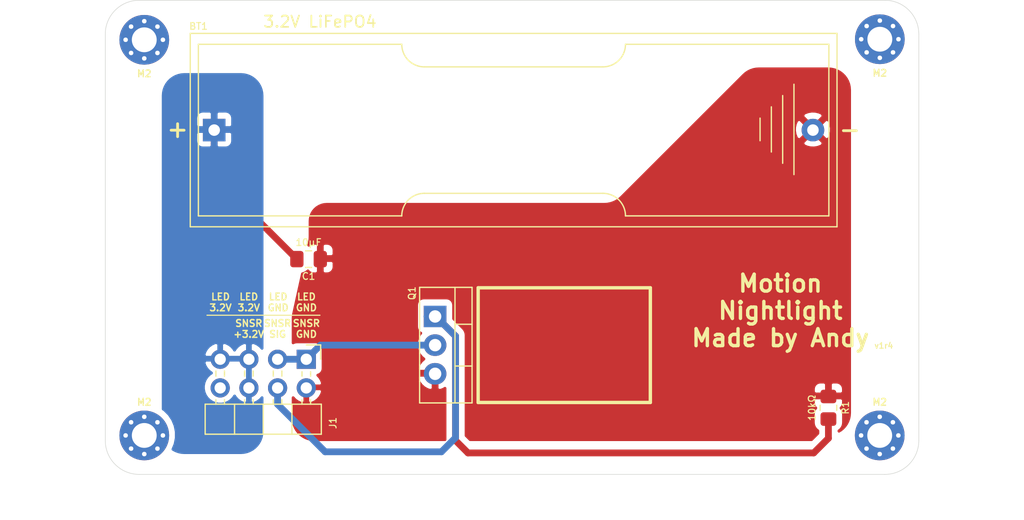
<source format=kicad_pcb>
(kicad_pcb (version 20171130) (host pcbnew "(5.1.9)-1")

  (general
    (thickness 1.6)
    (drawings 23)
    (tracks 23)
    (zones 0)
    (modules 9)
    (nets 5)
  )

  (page A4)
  (layers
    (0 F.Cu signal)
    (31 B.Cu signal)
    (32 B.Adhes user)
    (33 F.Adhes user)
    (34 B.Paste user)
    (35 F.Paste user)
    (36 B.SilkS user)
    (37 F.SilkS user)
    (38 B.Mask user)
    (39 F.Mask user)
    (40 Dwgs.User user)
    (41 Cmts.User user)
    (42 Eco1.User user)
    (43 Eco2.User user)
    (44 Edge.Cuts user)
    (45 Margin user)
    (46 B.CrtYd user)
    (47 F.CrtYd user)
    (48 B.Fab user)
    (49 F.Fab user)
  )

  (setup
    (last_trace_width 0.25)
    (user_trace_width 0.6)
    (trace_clearance 0.2)
    (zone_clearance 0.508)
    (zone_45_only no)
    (trace_min 0.2)
    (via_size 0.8)
    (via_drill 0.4)
    (via_min_size 0.4)
    (via_min_drill 0.3)
    (uvia_size 0.3)
    (uvia_drill 0.1)
    (uvias_allowed no)
    (uvia_min_size 0.2)
    (uvia_min_drill 0.1)
    (edge_width 0.05)
    (segment_width 0.2)
    (pcb_text_width 0.3)
    (pcb_text_size 1.5 1.5)
    (mod_edge_width 0.12)
    (mod_text_size 1 1)
    (mod_text_width 0.15)
    (pad_size 2 2)
    (pad_drill 1.02)
    (pad_to_mask_clearance 0)
    (aux_axis_origin 0 0)
    (visible_elements 7FFFFFFF)
    (pcbplotparams
      (layerselection 0x010fc_ffffffff)
      (usegerberextensions true)
      (usegerberattributes false)
      (usegerberadvancedattributes false)
      (creategerberjobfile false)
      (excludeedgelayer true)
      (linewidth 0.100000)
      (plotframeref false)
      (viasonmask false)
      (mode 1)
      (useauxorigin false)
      (hpglpennumber 1)
      (hpglpenspeed 20)
      (hpglpendiameter 15.000000)
      (psnegative false)
      (psa4output false)
      (plotreference true)
      (plotvalue true)
      (plotinvisibletext false)
      (padsonsilk true)
      (subtractmaskfromsilk false)
      (outputformat 1)
      (mirror false)
      (drillshape 0)
      (scaleselection 1)
      (outputdirectory "GerberFiles/"))
  )

  (net 0 "")
  (net 1 /+3.2V)
  (net 2 /GND)
  (net 3 /FET-GATE)
  (net 4 /FET-DRN)

  (net_class Default "This is the default net class."
    (clearance 0.2)
    (trace_width 0.25)
    (via_dia 0.8)
    (via_drill 0.4)
    (uvia_dia 0.3)
    (uvia_drill 0.1)
    (add_net /+3.2V)
    (add_net /FET-DRN)
    (add_net /FET-GATE)
    (add_net /GND)
  )

  (module Andys-Footprints:PinHeader_2x04_P2.54mm_Horizontal-Less-SilkScreen (layer F.Cu) (tedit 60BD33FA) (tstamp 60A18663)
    (at 112.79 81.8 270)
    (descr "Through hole angled pin header, 2x04, 2.54mm pitch, 6mm pin length, double rows")
    (tags "Through hole angled pin header THT 2x04 2.54mm double row")
    (path /6098169C)
    (fp_text reference J1 (at 5.655 -2.36 90) (layer F.SilkS)
      (effects (font (size 0.6 0.6) (thickness 0.1)))
    )
    (fp_text value Conn_02x04_Odd_Even (at 5.655 9.89 90) (layer F.Fab)
      (effects (font (size 1 1) (thickness 0.15)))
    )
    (fp_line (start 4.675 -1.27) (end 6.58 -1.27) (layer F.Fab) (width 0.1))
    (fp_line (start 6.58 -1.27) (end 6.58 8.89) (layer F.Fab) (width 0.1))
    (fp_line (start 6.58 8.89) (end 4.04 8.89) (layer F.Fab) (width 0.1))
    (fp_line (start 4.04 8.89) (end 4.04 -0.635) (layer F.Fab) (width 0.1))
    (fp_line (start 4.04 -0.635) (end 4.675 -1.27) (layer F.Fab) (width 0.1))
    (fp_line (start -0.32 -0.32) (end 4.04 -0.32) (layer F.Fab) (width 0.1))
    (fp_line (start -0.32 -0.32) (end -0.32 0.32) (layer F.Fab) (width 0.1))
    (fp_line (start -0.32 0.32) (end 4.04 0.32) (layer F.Fab) (width 0.1))
    (fp_line (start 6.58 -0.32) (end 12.58 -0.32) (layer F.Fab) (width 0.1))
    (fp_line (start 12.58 -0.32) (end 12.58 0.32) (layer F.Fab) (width 0.1))
    (fp_line (start 6.58 0.32) (end 12.58 0.32) (layer F.Fab) (width 0.1))
    (fp_line (start -0.32 2.22) (end 4.04 2.22) (layer F.Fab) (width 0.1))
    (fp_line (start -0.32 2.22) (end -0.32 2.86) (layer F.Fab) (width 0.1))
    (fp_line (start -0.32 2.86) (end 4.04 2.86) (layer F.Fab) (width 0.1))
    (fp_line (start 6.58 2.22) (end 12.58 2.22) (layer F.Fab) (width 0.1))
    (fp_line (start 12.58 2.22) (end 12.58 2.86) (layer F.Fab) (width 0.1))
    (fp_line (start 6.58 2.86) (end 12.58 2.86) (layer F.Fab) (width 0.1))
    (fp_line (start -0.32 4.76) (end 4.04 4.76) (layer F.Fab) (width 0.1))
    (fp_line (start -0.32 4.76) (end -0.32 5.4) (layer F.Fab) (width 0.1))
    (fp_line (start -0.32 5.4) (end 4.04 5.4) (layer F.Fab) (width 0.1))
    (fp_line (start 6.58 4.76) (end 12.58 4.76) (layer F.Fab) (width 0.1))
    (fp_line (start 12.58 4.76) (end 12.58 5.4) (layer F.Fab) (width 0.1))
    (fp_line (start 6.58 5.4) (end 12.58 5.4) (layer F.Fab) (width 0.1))
    (fp_line (start -0.32 7.3) (end 4.04 7.3) (layer F.Fab) (width 0.1))
    (fp_line (start -0.32 7.3) (end -0.32 7.94) (layer F.Fab) (width 0.1))
    (fp_line (start -0.32 7.94) (end 4.04 7.94) (layer F.Fab) (width 0.1))
    (fp_line (start 6.58 7.3) (end 12.58 7.3) (layer F.Fab) (width 0.1))
    (fp_line (start 12.58 7.3) (end 12.58 7.94) (layer F.Fab) (width 0.1))
    (fp_line (start 6.58 7.94) (end 12.58 7.94) (layer F.Fab) (width 0.1))
    (fp_line (start 3.98 -1.33) (end 3.98 8.95) (layer F.SilkS) (width 0.12))
    (fp_line (start 3.98 8.95) (end 6.64 8.95) (layer F.SilkS) (width 0.12))
    (fp_line (start 6.64 8.95) (end 6.64 -1.33) (layer F.SilkS) (width 0.12))
    (fp_line (start 6.64 -1.33) (end 3.98 -1.33) (layer F.SilkS) (width 0.12))
    (fp_line (start 3.582929 -0.38) (end 3.98 -0.38) (layer F.SilkS) (width 0.12))
    (fp_line (start 3.582929 0.38) (end 3.98 0.38) (layer F.SilkS) (width 0.12))
    (fp_line (start 1.11 -0.38) (end 1.497071 -0.38) (layer F.SilkS) (width 0.12))
    (fp_line (start 1.11 0.38) (end 1.497071 0.38) (layer F.SilkS) (width 0.12))
    (fp_line (start 3.98 1.27) (end 6.64 1.27) (layer F.SilkS) (width 0.12))
    (fp_line (start 3.582929 2.16) (end 3.98 2.16) (layer F.SilkS) (width 0.12))
    (fp_line (start 3.582929 2.92) (end 3.98 2.92) (layer F.SilkS) (width 0.12))
    (fp_line (start 1.042929 2.16) (end 1.497071 2.16) (layer F.SilkS) (width 0.12))
    (fp_line (start 1.042929 2.92) (end 1.497071 2.92) (layer F.SilkS) (width 0.12))
    (fp_line (start 3.98 3.81) (end 6.64 3.81) (layer F.SilkS) (width 0.12))
    (fp_line (start 3.582929 4.7) (end 3.98 4.7) (layer F.SilkS) (width 0.12))
    (fp_line (start 3.582929 5.46) (end 3.98 5.46) (layer F.SilkS) (width 0.12))
    (fp_line (start 1.042929 4.7) (end 1.497071 4.7) (layer F.SilkS) (width 0.12))
    (fp_line (start 1.042929 5.46) (end 1.497071 5.46) (layer F.SilkS) (width 0.12))
    (fp_line (start 3.98 6.35) (end 6.64 6.35) (layer F.SilkS) (width 0.12))
    (fp_line (start 3.582929 7.24) (end 3.98 7.24) (layer F.SilkS) (width 0.12))
    (fp_line (start 3.582929 8) (end 3.98 8) (layer F.SilkS) (width 0.12))
    (fp_line (start 1.042929 7.24) (end 1.497071 7.24) (layer F.SilkS) (width 0.12))
    (fp_line (start 1.042929 8) (end 1.497071 8) (layer F.SilkS) (width 0.12))
    (fp_line (start -1.27 0) (end -1.27 -1.27) (layer F.SilkS) (width 0.12))
    (fp_line (start -1.27 -1.27) (end 0 -1.27) (layer F.SilkS) (width 0.12))
    (fp_line (start -1.8 -1.8) (end -1.8 9.4) (layer F.CrtYd) (width 0.05))
    (fp_line (start -1.8 9.4) (end 13.1 9.4) (layer F.CrtYd) (width 0.05))
    (fp_line (start 13.1 9.4) (end 13.1 -1.8) (layer F.CrtYd) (width 0.05))
    (fp_line (start 13.1 -1.8) (end -1.8 -1.8) (layer F.CrtYd) (width 0.05))
    (fp_text user %R (at 5.31 3.81) (layer F.Fab)
      (effects (font (size 1 1) (thickness 0.15)))
    )
    (pad 8 thru_hole oval (at 2.54 7.62 270) (size 1.7 1.7) (drill 1) (layers *.Cu *.Mask))
    (pad 7 thru_hole oval (at 0 7.62 270) (size 1.7 1.7) (drill 1) (layers *.Cu *.Mask)
      (net 1 /+3.2V))
    (pad 6 thru_hole oval (at 2.54 5.08 270) (size 1.7 1.7) (drill 1) (layers *.Cu *.Mask)
      (net 1 /+3.2V))
    (pad 5 thru_hole oval (at 0 5.08 270) (size 1.7 1.7) (drill 1) (layers *.Cu *.Mask)
      (net 1 /+3.2V))
    (pad 4 thru_hole oval (at 2.54 2.54 270) (size 1.7 1.7) (drill 1) (layers *.Cu *.Mask)
      (net 3 /FET-GATE))
    (pad 3 thru_hole oval (at 0 2.54 270) (size 1.7 1.7) (drill 1) (layers *.Cu *.Mask)
      (net 4 /FET-DRN))
    (pad 2 thru_hole oval (at 2.54 0 270) (size 1.7 1.7) (drill 1) (layers *.Cu *.Mask)
      (net 2 /GND))
    (pad 1 thru_hole rect (at 0 0 270) (size 1.7 1.7) (drill 1) (layers *.Cu *.Mask)
      (net 4 /FET-DRN))
    (model ${KISYS3DMOD}/Connector_PinHeader_2.54mm.3dshapes/PinHeader_2x04_P2.54mm_Horizontal.wrl
      (at (xyz 0 0 0))
      (scale (xyz 1 1 1))
      (rotate (xyz 0 0 0))
    )
  )

  (module Andys-Footprints:BatteryHolder_Keystone_2460_1xAA-removed-holes (layer F.Cu) (tedit 60BD2E58) (tstamp 6094D152)
    (at 105.14 61.5)
    (descr https://www.keyelco.com/product-pdf.cfm?p=1025)
    (tags "AA battery cell holder")
    (path /6094A942)
    (fp_text reference BT1 (at -1.89 -9.2 180) (layer F.SilkS)
      (effects (font (size 0.6 0.6) (thickness 0.1)))
    )
    (fp_text value 3.2V (at 24.5 0 180) (layer F.Fab)
      (effects (font (size 1 1) (thickness 0.15)))
    )
    (fp_line (start 33.9 5.6) (end 18.1 5.6) (layer F.SilkS) (width 0.12))
    (fp_line (start 18.1 -5.6) (end 33.9 -5.6) (layer F.SilkS) (width 0.12))
    (fp_line (start 35.9 7.6) (end 53.9 7.6) (layer F.SilkS) (width 0.12))
    (fp_line (start 35.9 -7.6) (end 53.9 -7.6) (layer F.SilkS) (width 0.12))
    (fp_line (start -1.9 -7.6) (end 16.1 -7.6) (layer F.SilkS) (width 0.12))
    (fp_line (start 53.9 -7.6) (end 53.9 7.6) (layer F.SilkS) (width 0.12))
    (fp_line (start -1.9 7.6) (end 16.1 7.6) (layer F.SilkS) (width 0.12))
    (fp_line (start -1.9 -7.6) (end -1.9 7.6) (layer F.SilkS) (width 0.12))
    (fp_line (start -2.62 -8.565) (end 54.62 -8.565) (layer F.SilkS) (width 0.12))
    (fp_line (start -2.62 8.565) (end -2.62 -8.565) (layer F.SilkS) (width 0.12))
    (fp_line (start 54.62 8.565) (end -2.62 8.565) (layer F.SilkS) (width 0.12))
    (fp_line (start 54.62 -8.565) (end 54.62 8.565) (layer F.SilkS) (width 0.12))
    (fp_line (start 47.81 -1.06) (end 47.81 0.94) (layer F.SilkS) (width 0.12))
    (fp_line (start 50.81 -4.06) (end 50.81 3.94) (layer F.SilkS) (width 0.12))
    (fp_line (start 49.81 2.94) (end 49.81 -3.06) (layer F.SilkS) (width 0.12))
    (fp_line (start 48.81 -2.06) (end 48.81 1.94) (layer F.SilkS) (width 0.12))
    (fp_line (start 54.75 8.7) (end -2.75 8.7) (layer F.CrtYd) (width 0.05))
    (fp_line (start 54.75 -8.7) (end 54.75 8.7) (layer F.CrtYd) (width 0.05))
    (fp_line (start -2.75 -8.7) (end 54.75 -8.7) (layer F.CrtYd) (width 0.05))
    (fp_line (start -2.75 8.7) (end -2.75 -8.7) (layer F.CrtYd) (width 0.05))
    (fp_line (start 54.5 -8.445) (end -2.5 -8.445) (layer F.Fab) (width 0.1))
    (fp_line (start -2.5 -8.445) (end -2.5 8.445) (layer F.Fab) (width 0.1))
    (fp_line (start -2.5 8.445) (end 54.5 8.445) (layer F.Fab) (width 0.1))
    (fp_line (start 54.5 8.445) (end 54.5 -8.445) (layer F.Fab) (width 0.1))
    (fp_text user + (at -3.74 -0.1) (layer F.SilkS)
      (effects (font (size 1.5 1.5) (thickness 0.25)))
    )
    (fp_text user - (at 55.76 -0.06) (layer F.SilkS)
      (effects (font (size 1.5 1.5) (thickness 0.25)))
    )
    (fp_text user %R (at 0.01 -0.06) (layer F.Fab)
      (effects (font (size 1 1) (thickness 0.15)))
    )
    (fp_arc (start 18.1 7.6) (end 18.1 5.6) (angle -90) (layer F.SilkS) (width 0.12))
    (fp_arc (start 33.9 7.6) (end 35.9 7.6) (angle -90) (layer F.SilkS) (width 0.12))
    (fp_arc (start 33.9 -7.6) (end 33.9 -5.6) (angle -90) (layer F.SilkS) (width 0.12))
    (fp_arc (start 18.1 -7.6) (end 16.1 -7.6) (angle -90) (layer F.SilkS) (width 0.12))
    (pad 1 thru_hole rect (at -0.5 0 180) (size 2 2) (drill 1.02) (layers *.Cu *.Mask)
      (net 1 /+3.2V) (zone_connect 1) (thermal_width 0.6) (thermal_gap 0.5))
    (pad 2 thru_hole circle (at 52.49 0 180) (size 2 2) (drill 1.02) (layers *.Cu *.Mask)
      (net 2 /GND) (zone_connect 1) (thermal_width 0.6) (thermal_gap 0.5))
    (model ${KISYS3DMOD}/Battery.3dshapes/BatteryHolder_Keystone_2460_1xAA.wrl
      (at (xyz 0 0 0))
      (scale (xyz 1 1 1))
      (rotate (xyz 0 0 0))
    )
  )

  (module MountingHole:MountingHole_2.2mm_M2_Pad_Via (layer F.Cu) (tedit 56DDB9C7) (tstamp 60A1BA16)
    (at 163.54 88.55)
    (descr "Mounting Hole 2.2mm, M2")
    (tags "mounting hole 2.2mm m2")
    (attr virtual)
    (fp_text reference M2 (at 0 -2.95) (layer F.SilkS)
      (effects (font (size 0.6 0.6) (thickness 0.125)))
    )
    (fp_text value MountingHole_2.2mm_M2_Pad_Via (at 0 3.2) (layer F.Fab)
      (effects (font (size 1 1) (thickness 0.15)))
    )
    (fp_circle (center 0 0) (end 2.2 0) (layer Cmts.User) (width 0.15))
    (fp_circle (center 0 0) (end 2.45 0) (layer F.CrtYd) (width 0.05))
    (fp_text user %R (at 0.31 0) (layer F.Fab)
      (effects (font (size 1 1) (thickness 0.15)))
    )
    (pad 1 thru_hole circle (at 1.166726 -1.166726) (size 0.7 0.7) (drill 0.4) (layers *.Cu *.Mask))
    (pad 1 thru_hole circle (at 0 -1.65) (size 0.7 0.7) (drill 0.4) (layers *.Cu *.Mask))
    (pad 1 thru_hole circle (at -1.166726 -1.166726) (size 0.7 0.7) (drill 0.4) (layers *.Cu *.Mask))
    (pad 1 thru_hole circle (at -1.65 0) (size 0.7 0.7) (drill 0.4) (layers *.Cu *.Mask))
    (pad 1 thru_hole circle (at -1.166726 1.166726) (size 0.7 0.7) (drill 0.4) (layers *.Cu *.Mask))
    (pad 1 thru_hole circle (at 0 1.65) (size 0.7 0.7) (drill 0.4) (layers *.Cu *.Mask))
    (pad 1 thru_hole circle (at 1.166726 1.166726) (size 0.7 0.7) (drill 0.4) (layers *.Cu *.Mask))
    (pad 1 thru_hole circle (at 1.65 0) (size 0.7 0.7) (drill 0.4) (layers *.Cu *.Mask))
    (pad 1 thru_hole circle (at 0 0) (size 4.4 4.4) (drill 2.2) (layers *.Cu *.Mask))
  )

  (module MountingHole:MountingHole_2.2mm_M2_Pad_Via (layer F.Cu) (tedit 56DDB9C7) (tstamp 60A1B710)
    (at 98.45 88.55)
    (descr "Mounting Hole 2.2mm, M2")
    (tags "mounting hole 2.2mm m2")
    (attr virtual)
    (fp_text reference M2 (at 0 -2.95) (layer F.SilkS)
      (effects (font (size 0.6 0.6) (thickness 0.125)))
    )
    (fp_text value MountingHole_2.2mm_M2_Pad_Via (at 0 3.2) (layer F.Fab)
      (effects (font (size 1 1) (thickness 0.15)))
    )
    (fp_circle (center 0 0) (end 2.2 0) (layer Cmts.User) (width 0.15))
    (fp_circle (center 0 0) (end 2.45 0) (layer F.CrtYd) (width 0.05))
    (fp_text user %R (at 0.3 0) (layer F.Fab)
      (effects (font (size 1 1) (thickness 0.15)))
    )
    (pad 1 thru_hole circle (at 1.166726 -1.166726) (size 0.7 0.7) (drill 0.4) (layers *.Cu *.Mask))
    (pad 1 thru_hole circle (at 0 -1.65) (size 0.7 0.7) (drill 0.4) (layers *.Cu *.Mask))
    (pad 1 thru_hole circle (at -1.166726 -1.166726) (size 0.7 0.7) (drill 0.4) (layers *.Cu *.Mask))
    (pad 1 thru_hole circle (at -1.65 0) (size 0.7 0.7) (drill 0.4) (layers *.Cu *.Mask))
    (pad 1 thru_hole circle (at -1.166726 1.166726) (size 0.7 0.7) (drill 0.4) (layers *.Cu *.Mask))
    (pad 1 thru_hole circle (at 0 1.65) (size 0.7 0.7) (drill 0.4) (layers *.Cu *.Mask))
    (pad 1 thru_hole circle (at 1.166726 1.166726) (size 0.7 0.7) (drill 0.4) (layers *.Cu *.Mask))
    (pad 1 thru_hole circle (at 1.65 0) (size 0.7 0.7) (drill 0.4) (layers *.Cu *.Mask))
    (pad 1 thru_hole circle (at 0 0) (size 4.4 4.4) (drill 2.2) (layers *.Cu *.Mask))
  )

  (module MountingHole:MountingHole_2.2mm_M2_Pad_Via (layer F.Cu) (tedit 56DDB9C7) (tstamp 60A1B42F)
    (at 163.55 53.45)
    (descr "Mounting Hole 2.2mm, M2")
    (tags "mounting hole 2.2mm m2")
    (attr virtual)
    (fp_text reference M2 (at 0 3) (layer F.SilkS)
      (effects (font (size 0.6 0.6) (thickness 0.125)))
    )
    (fp_text value MountingHole_2.2mm_M2_Pad_Via (at 0 3.2) (layer F.Fab)
      (effects (font (size 1 1) (thickness 0.15)))
    )
    (fp_circle (center 0 0) (end 2.2 0) (layer Cmts.User) (width 0.15))
    (fp_circle (center 0 0) (end 2.45 0) (layer F.CrtYd) (width 0.05))
    (fp_text user %R (at 0.3 0) (layer F.Fab)
      (effects (font (size 1 1) (thickness 0.15)))
    )
    (pad 1 thru_hole circle (at 1.166726 -1.166726) (size 0.7 0.7) (drill 0.4) (layers *.Cu *.Mask))
    (pad 1 thru_hole circle (at 0 -1.65) (size 0.7 0.7) (drill 0.4) (layers *.Cu *.Mask))
    (pad 1 thru_hole circle (at -1.166726 -1.166726) (size 0.7 0.7) (drill 0.4) (layers *.Cu *.Mask))
    (pad 1 thru_hole circle (at -1.65 0) (size 0.7 0.7) (drill 0.4) (layers *.Cu *.Mask))
    (pad 1 thru_hole circle (at -1.166726 1.166726) (size 0.7 0.7) (drill 0.4) (layers *.Cu *.Mask))
    (pad 1 thru_hole circle (at 0 1.65) (size 0.7 0.7) (drill 0.4) (layers *.Cu *.Mask))
    (pad 1 thru_hole circle (at 1.166726 1.166726) (size 0.7 0.7) (drill 0.4) (layers *.Cu *.Mask))
    (pad 1 thru_hole circle (at 1.65 0) (size 0.7 0.7) (drill 0.4) (layers *.Cu *.Mask))
    (pad 1 thru_hole circle (at 0 0) (size 4.4 4.4) (drill 2.2) (layers *.Cu *.Mask))
  )

  (module MountingHole:MountingHole_2.2mm_M2_Pad_Via (layer F.Cu) (tedit 56DDB9C7) (tstamp 60A1B2F6)
    (at 98.45 53.5)
    (descr "Mounting Hole 2.2mm, M2")
    (tags "mounting hole 2.2mm m2")
    (attr virtual)
    (fp_text reference M2 (at 0 3) (layer F.SilkS)
      (effects (font (size 0.6 0.6) (thickness 0.125)))
    )
    (fp_text value MountingHole_2.2mm_M2_Pad_Via (at 0 3.2) (layer F.Fab)
      (effects (font (size 1 1) (thickness 0.15)))
    )
    (fp_circle (center 0 0) (end 2.45 0) (layer F.CrtYd) (width 0.05))
    (fp_circle (center 0 0) (end 2.2 0) (layer Cmts.User) (width 0.15))
    (fp_text user %R (at 0.3 0) (layer F.Fab)
      (effects (font (size 1 1) (thickness 0.15)))
    )
    (pad 1 thru_hole circle (at 1.166726 -1.166726) (size 0.7 0.7) (drill 0.4) (layers *.Cu *.Mask))
    (pad 1 thru_hole circle (at 0 -1.65) (size 0.7 0.7) (drill 0.4) (layers *.Cu *.Mask))
    (pad 1 thru_hole circle (at -1.166726 -1.166726) (size 0.7 0.7) (drill 0.4) (layers *.Cu *.Mask))
    (pad 1 thru_hole circle (at -1.65 0) (size 0.7 0.7) (drill 0.4) (layers *.Cu *.Mask))
    (pad 1 thru_hole circle (at -1.166726 1.166726) (size 0.7 0.7) (drill 0.4) (layers *.Cu *.Mask))
    (pad 1 thru_hole circle (at 0 1.65) (size 0.7 0.7) (drill 0.4) (layers *.Cu *.Mask))
    (pad 1 thru_hole circle (at 1.166726 1.166726) (size 0.7 0.7) (drill 0.4) (layers *.Cu *.Mask))
    (pad 1 thru_hole circle (at 1.65 0) (size 0.7 0.7) (drill 0.4) (layers *.Cu *.Mask))
    (pad 1 thru_hole circle (at 0 0) (size 4.4 4.4) (drill 2.2) (layers *.Cu *.Mask))
  )

  (module Package_TO_SOT_THT:TO-220-3_Vertical (layer F.Cu) (tedit 60A040B8) (tstamp 60BDA32C)
    (at 124.19 78.01 270)
    (descr "TO-220-3, Vertical, RM 2.54mm, see https://www.vishay.com/docs/66542/to-220-1.pdf")
    (tags "TO-220-3 Vertical RM 2.54mm")
    (path /609491EB)
    (fp_text reference Q1 (at -2.06 2.04 90) (layer F.SilkS)
      (effects (font (size 0.6 0.6) (thickness 0.1)))
    )
    (fp_text value IRL3803 (at 2.54 2.5 90) (layer F.Fab)
      (effects (font (size 1 1) (thickness 0.15)))
    )
    (fp_line (start 7.79 -3.4) (end -2.71 -3.4) (layer F.CrtYd) (width 0.05))
    (fp_line (start 7.79 1.51) (end 7.79 -3.4) (layer F.CrtYd) (width 0.05))
    (fp_line (start -2.71 1.51) (end 7.79 1.51) (layer F.CrtYd) (width 0.05))
    (fp_line (start -2.71 -3.4) (end -2.71 1.51) (layer F.CrtYd) (width 0.05))
    (fp_line (start 4.391 -3.27) (end 4.391 -1.76) (layer F.SilkS) (width 0.12))
    (fp_line (start 0.69 -3.27) (end 0.69 -1.76) (layer F.SilkS) (width 0.12))
    (fp_line (start -2.58 -1.76) (end 7.66 -1.76) (layer F.SilkS) (width 0.12))
    (fp_line (start 7.66 -3.27) (end 7.66 1.371) (layer F.SilkS) (width 0.12))
    (fp_line (start -2.58 -3.27) (end -2.58 1.371) (layer F.SilkS) (width 0.12))
    (fp_line (start -2.58 1.371) (end 7.66 1.371) (layer F.SilkS) (width 0.12))
    (fp_line (start -2.58 -3.27) (end 7.66 -3.27) (layer F.SilkS) (width 0.12))
    (fp_line (start 4.39 -3.15) (end 4.39 -1.88) (layer F.Fab) (width 0.1))
    (fp_line (start 0.69 -3.15) (end 0.69 -1.88) (layer F.Fab) (width 0.1))
    (fp_line (start -2.46 -1.88) (end 7.54 -1.88) (layer F.Fab) (width 0.1))
    (fp_line (start 7.54 -3.15) (end -2.46 -3.15) (layer F.Fab) (width 0.1))
    (fp_line (start 7.54 1.25) (end 7.54 -3.15) (layer F.Fab) (width 0.1))
    (fp_line (start -2.46 1.25) (end 7.54 1.25) (layer F.Fab) (width 0.1))
    (fp_line (start -2.46 -3.15) (end -2.46 1.25) (layer F.Fab) (width 0.1))
    (fp_text user %R (at 2.54 -4.27 90) (layer F.Fab)
      (effects (font (size 1 1) (thickness 0.15)))
    )
    (pad 1 thru_hole rect (at 0 0 270) (size 1.905 2) (drill 1.1) (layers *.Cu *.Mask)
      (net 3 /FET-GATE))
    (pad 2 thru_hole oval (at 2.54 0 270) (size 1.905 2) (drill 1.1) (layers *.Cu *.Mask)
      (net 4 /FET-DRN))
    (pad 3 thru_hole oval (at 5.08 0 270) (size 1.905 2) (drill 1.1) (layers *.Cu *.Mask)
      (net 2 /GND) (zone_connect 1) (thermal_width 0.6) (thermal_gap 0.5))
    (model ${KISYS3DMOD}/Package_TO_SOT_THT.3dshapes/TO-220-3_Vertical.wrl
      (at (xyz 0 0 0))
      (scale (xyz 1 1 1))
      (rotate (xyz 0 0 0))
    )
  )

  (module Capacitor_SMD:C_0805_2012Metric_Pad1.18x1.45mm_HandSolder (layer F.Cu) (tedit 60A040D4) (tstamp 609526F1)
    (at 112.9925 72.93)
    (descr "Capacitor SMD 0805 (2012 Metric), square (rectangular) end terminal, IPC_7351 nominal with elongated pad for handsoldering. (Body size source: IPC-SM-782 page 76, https://www.pcb-3d.com/wordpress/wp-content/uploads/ipc-sm-782a_amendment_1_and_2.pdf, https://docs.google.com/spreadsheets/d/1BsfQQcO9C6DZCsRaXUlFlo91Tg2WpOkGARC1WS5S8t0/edit?usp=sharing), generated with kicad-footprint-generator")
    (tags "capacitor handsolder")
    (path /609854F2)
    (attr smd)
    (fp_text reference C1 (at 0 1.52) (layer F.SilkS)
      (effects (font (size 0.6 0.6) (thickness 0.1)))
    )
    (fp_text value 10µF (at 0 -1.48) (layer F.SilkS)
      (effects (font (size 0.6 0.6) (thickness 0.1)))
    )
    (fp_line (start -1 0.625) (end -1 -0.625) (layer F.Fab) (width 0.1))
    (fp_line (start -1 -0.625) (end 1 -0.625) (layer F.Fab) (width 0.1))
    (fp_line (start 1 -0.625) (end 1 0.625) (layer F.Fab) (width 0.1))
    (fp_line (start 1 0.625) (end -1 0.625) (layer F.Fab) (width 0.1))
    (fp_line (start -0.261252 -0.735) (end 0.261252 -0.735) (layer F.SilkS) (width 0.12))
    (fp_line (start -0.261252 0.735) (end 0.261252 0.735) (layer F.SilkS) (width 0.12))
    (fp_line (start -1.88 0.98) (end -1.88 -0.98) (layer F.CrtYd) (width 0.05))
    (fp_line (start -1.88 -0.98) (end 1.88 -0.98) (layer F.CrtYd) (width 0.05))
    (fp_line (start 1.88 -0.98) (end 1.88 0.98) (layer F.CrtYd) (width 0.05))
    (fp_line (start 1.88 0.98) (end -1.88 0.98) (layer F.CrtYd) (width 0.05))
    (fp_text user %R (at 0 0) (layer F.Fab)
      (effects (font (size 0.5 0.5) (thickness 0.08)))
    )
    (pad 2 smd roundrect (at 1.0375 0) (size 1.175 1.45) (layers F.Cu F.Paste F.Mask) (roundrect_rratio 0.213)
      (net 2 /GND) (zone_connect 1) (thermal_width 0.6) (thermal_gap 0.5))
    (pad 1 smd roundrect (at -1.0375 0) (size 1.175 1.45) (layers F.Cu F.Paste F.Mask) (roundrect_rratio 0.2127659574468085)
      (net 1 /+3.2V))
    (model ${KISYS3DMOD}/Capacitor_SMD.3dshapes/C_0805_2012Metric.wrl
      (at (xyz 0 0 0))
      (scale (xyz 1 1 1))
      (rotate (xyz 0 0 0))
    )
  )

  (module Resistor_SMD:R_0805_2012Metric_Pad1.20x1.40mm_HandSolder (layer F.Cu) (tedit 60A04147) (tstamp 6094D1AE)
    (at 159 86.1 270)
    (descr "Resistor SMD 0805 (2012 Metric), square (rectangular) end terminal, IPC_7351 nominal with elongated pad for handsoldering. (Body size source: IPC-SM-782 page 72, https://www.pcb-3d.com/wordpress/wp-content/uploads/ipc-sm-782a_amendment_1_and_2.pdf), generated with kicad-footprint-generator")
    (tags "resistor handsolder")
    (path /60946F31)
    (attr smd)
    (fp_text reference R1 (at 0 -1.5 90) (layer F.SilkS)
      (effects (font (size 0.6 0.6) (thickness 0.1)))
    )
    (fp_text value 10kΩ (at 0 1.45 90) (layer F.SilkS)
      (effects (font (size 0.6 0.6) (thickness 0.1)))
    )
    (fp_line (start -1 0.625) (end -1 -0.625) (layer F.Fab) (width 0.1))
    (fp_line (start -1 -0.625) (end 1 -0.625) (layer F.Fab) (width 0.1))
    (fp_line (start 1 -0.625) (end 1 0.625) (layer F.Fab) (width 0.1))
    (fp_line (start 1 0.625) (end -1 0.625) (layer F.Fab) (width 0.1))
    (fp_line (start -0.227064 -0.735) (end 0.227064 -0.735) (layer F.SilkS) (width 0.12))
    (fp_line (start -0.227064 0.735) (end 0.227064 0.735) (layer F.SilkS) (width 0.12))
    (fp_line (start -1.85 0.95) (end -1.85 -0.95) (layer F.CrtYd) (width 0.05))
    (fp_line (start -1.85 -0.95) (end 1.85 -0.95) (layer F.CrtYd) (width 0.05))
    (fp_line (start 1.85 -0.95) (end 1.85 0.95) (layer F.CrtYd) (width 0.05))
    (fp_line (start 1.85 0.95) (end -1.85 0.95) (layer F.CrtYd) (width 0.05))
    (fp_text user %R (at 0 0 90) (layer F.Fab)
      (effects (font (size 0.5 0.5) (thickness 0.08)))
    )
    (pad 2 smd roundrect (at 1 0 270) (size 1.2 1.4) (layers F.Cu F.Paste F.Mask) (roundrect_rratio 0.208)
      (net 3 /FET-GATE) (zone_connect 1) (thermal_width 0.6) (thermal_gap 0.5))
    (pad 1 smd roundrect (at -1 0 270) (size 1.2 1.4) (layers F.Cu F.Paste F.Mask) (roundrect_rratio 0.208)
      (net 2 /GND) (zone_connect 1) (thermal_width 0.6) (thermal_gap 0.5))
    (model ${KISYS3DMOD}/Resistor_SMD.3dshapes/R_0805_2012Metric.wrl
      (at (xyz 0 0 0))
      (scale (xyz 1 1 1))
      (rotate (xyz 0 0 0))
    )
  )

  (gr_line (start 104 77.9) (end 114 77.9) (layer F.SilkS) (width 0.1))
  (gr_text v1r4 (at 163.9 80.6) (layer F.SilkS)
    (effects (font (size 0.5 0.5) (thickness 0.1)))
  )
  (gr_text "SNSR\nGND" (at 112.8 79.1) (layer F.SilkS) (tstamp 60A23FDB)
    (effects (font (size 0.6 0.6) (thickness 0.125)))
  )
  (gr_text "SNSR\nSIG" (at 110.25 79.1) (layer F.SilkS) (tstamp 60A23FD8)
    (effects (font (size 0.6 0.6) (thickness 0.125)))
  )
  (gr_text "SNSR\n+3.2V" (at 107.7 79.1) (layer F.SilkS) (tstamp 60BD3921)
    (effects (font (size 0.6 0.6) (thickness 0.126)))
  )
  (gr_text "LED\nGND" (at 112.8 76.75) (layer F.SilkS) (tstamp 60A1C185)
    (effects (font (size 0.6 0.6) (thickness 0.125)))
  )
  (gr_text "LED\nGND" (at 110.3 76.75) (layer F.SilkS) (tstamp 60A1C192)
    (effects (font (size 0.6 0.6) (thickness 0.125)))
  )
  (gr_text "LED\n3.2V" (at 107.7 76.75) (layer F.SilkS) (tstamp 60A1C0B3)
    (effects (font (size 0.6 0.6) (thickness 0.125)))
  )
  (gr_text "LED\n3.2V" (at 105.2 76.75) (layer F.SilkS)
    (effects (font (size 0.6 0.6) (thickness 0.125)))
  )
  (gr_arc (start 98 89) (end 95 89) (angle -90) (layer Edge.Cuts) (width 0.05))
  (gr_arc (start 164 89) (end 164 92) (angle -90) (layer Edge.Cuts) (width 0.05))
  (gr_arc (start 164 53) (end 167 53) (angle -90) (layer Edge.Cuts) (width 0.05))
  (gr_arc (start 98 53) (end 98 50) (angle -90) (layer Edge.Cuts) (width 0.05))
  (gr_text "3.2V LiFePO4" (at 114 51.9) (layer F.SilkS)
    (effects (font (size 1 1) (thickness 0.15)))
  )
  (gr_line (start 128 75.47) (end 143.24 75.47) (layer F.SilkS) (width 0.3))
  (gr_line (start 143.24 75.47) (end 143.24 85.63) (layer F.SilkS) (width 0.3))
  (gr_line (start 128 85.63) (end 128 75.47) (layer F.SilkS) (width 0.3) (tstamp 6095D063))
  (gr_line (start 143.24 85.63) (end 128 85.63) (layer F.SilkS) (width 0.3))
  (gr_text "Motion\nNightlight\nMade by Andy" (at 154.75 77.5) (layer F.SilkS)
    (effects (font (size 1.5 1.5) (thickness 0.3)))
  )
  (gr_line (start 164 50) (end 98 50) (layer Edge.Cuts) (width 0.05) (tstamp 609596F3))
  (gr_line (start 167 89) (end 167 53) (layer Edge.Cuts) (width 0.05))
  (gr_line (start 98 92) (end 164 92) (layer Edge.Cuts) (width 0.05))
  (gr_line (start 95 53) (end 95 89) (layer Edge.Cuts) (width 0.05) (tstamp 60A0C714))

  (segment (start 104.64 65.615) (end 111.955 72.93) (width 0.6) (layer F.Cu) (net 1))
  (segment (start 104.64 61.5) (end 104.64 65.615) (width 0.6) (layer F.Cu) (net 1))
  (segment (start 124.19 78.01) (end 124.19 78.695829) (width 0.25) (layer F.Cu) (net 3))
  (segment (start 126 79.7) (end 125.88 79.7) (width 0.25) (layer F.Cu) (net 3))
  (segment (start 124.19 78.01) (end 123.79 78.01) (width 0.6) (layer B.Cu) (net 3))
  (segment (start 124.19 78.01) (end 123.29 78.01) (width 0.25) (layer B.Cu) (net 3))
  (segment (start 124.19 78.01) (end 124.26 78.01) (width 0.6) (layer B.Cu) (net 3))
  (segment (start 124.26 78.01) (end 126 79.75) (width 0.6) (layer B.Cu) (net 3))
  (segment (start 126 79.75) (end 126 88.75) (width 0.6) (layer B.Cu) (net 3))
  (segment (start 126 88.75) (end 124.75 90) (width 0.6) (layer B.Cu) (net 3))
  (segment (start 124.75 90) (end 114.46 90) (width 0.6) (layer B.Cu) (net 3))
  (segment (start 110.25 85.79) (end 114.46 90) (width 0.6) (layer B.Cu) (net 3))
  (segment (start 110.25 84.34) (end 110.25 85.79) (width 0.6) (layer B.Cu) (net 3))
  (segment (start 124.26 78.01) (end 124.19 78.01) (width 0.6) (layer F.Cu) (net 3))
  (segment (start 126 79.75) (end 124.26 78.01) (width 0.6) (layer F.Cu) (net 3))
  (segment (start 126 89) (end 126 79.75) (width 0.6) (layer F.Cu) (net 3))
  (segment (start 127.1 90.1) (end 126 89) (width 0.6) (layer F.Cu) (net 3))
  (segment (start 157.7 90.1) (end 127.1 90.1) (width 0.6) (layer F.Cu) (net 3))
  (segment (start 159 88.8) (end 157.7 90.1) (width 0.6) (layer F.Cu) (net 3))
  (segment (start 159 87.1) (end 159 88.8) (width 0.6) (layer F.Cu) (net 3))
  (segment (start 114.04 80.55) (end 112.79 81.8) (width 0.6) (layer B.Cu) (net 4))
  (segment (start 124.19 80.55) (end 114.04 80.55) (width 0.6) (layer B.Cu) (net 4))
  (segment (start 110.25 81.8) (end 112.79 81.8) (width 0.6) (layer B.Cu) (net 4))

  (zone (net 1) (net_name /+3.2V) (layer B.Cu) (tstamp 60BDA037) (hatch edge 0.508)
    (connect_pads (clearance 0.508))
    (min_thickness 0.254)
    (fill yes (arc_segments 32) (thermal_gap 0.508) (thermal_bridge_width 0.508) (smoothing fillet) (radius 2))
    (polygon
      (pts
        (xy 109 90.2) (xy 100 90.2) (xy 100 56.45) (xy 109 56.45)
      )
    )
    (filled_polygon
      (pts
        (xy 107.266504 56.596385) (xy 107.527593 56.653181) (xy 107.77794 56.746556) (xy 108.012445 56.874605) (xy 108.226338 57.034724)
        (xy 108.415276 57.223662) (xy 108.575395 57.437555) (xy 108.703444 57.67206) (xy 108.796819 57.922407) (xy 108.853615 58.183496)
        (xy 108.873 58.45453) (xy 108.873 80.832947) (xy 108.710269 80.652412) (xy 108.47692 80.478359) (xy 108.214099 80.353175)
        (xy 108.06689 80.308524) (xy 107.837 80.429845) (xy 107.837 81.623) (xy 107.857 81.623) (xy 107.857 81.877)
        (xy 107.837 81.877) (xy 107.837 84.163) (xy 107.857 84.163) (xy 107.857 84.417) (xy 107.837 84.417)
        (xy 107.837 85.610155) (xy 108.06689 85.731476) (xy 108.214099 85.686825) (xy 108.47692 85.561641) (xy 108.710269 85.387588)
        (xy 108.873 85.207053) (xy 108.873 88.19547) (xy 108.853615 88.466504) (xy 108.796819 88.727593) (xy 108.703444 88.97794)
        (xy 108.575395 89.212445) (xy 108.415276 89.426338) (xy 108.226338 89.615276) (xy 108.012445 89.775395) (xy 107.77794 89.903444)
        (xy 107.527593 89.996819) (xy 107.266504 90.053615) (xy 106.99547 90.073) (xy 102.00453 90.073) (xy 101.733496 90.053615)
        (xy 101.472407 89.996819) (xy 101.22206 89.903444) (xy 100.98979 89.776615) (xy 101.176052 89.326939) (xy 101.285 88.779223)
        (xy 101.285 88.220777) (xy 101.176052 87.673061) (xy 100.962344 87.157124) (xy 100.652088 86.692793) (xy 100.257207 86.297912)
        (xy 100.127 86.21091) (xy 100.127 84.14374) (xy 103.685 84.14374) (xy 103.685 84.43626) (xy 103.742068 84.723158)
        (xy 103.85401 84.993411) (xy 104.016525 85.236632) (xy 104.223368 85.443475) (xy 104.466589 85.60599) (xy 104.736842 85.717932)
        (xy 105.02374 85.775) (xy 105.31626 85.775) (xy 105.603158 85.717932) (xy 105.873411 85.60599) (xy 106.116632 85.443475)
        (xy 106.323475 85.236632) (xy 106.445195 85.054466) (xy 106.514822 85.171355) (xy 106.709731 85.387588) (xy 106.94308 85.561641)
        (xy 107.205901 85.686825) (xy 107.35311 85.731476) (xy 107.583 85.610155) (xy 107.583 84.417) (xy 107.563 84.417)
        (xy 107.563 84.163) (xy 107.583 84.163) (xy 107.583 81.877) (xy 105.297 81.877) (xy 105.297 81.897)
        (xy 105.043 81.897) (xy 105.043 81.877) (xy 103.849186 81.877) (xy 103.728519 82.106891) (xy 103.825843 82.381252)
        (xy 103.974822 82.631355) (xy 104.169731 82.847588) (xy 104.399406 83.0189) (xy 104.223368 83.136525) (xy 104.016525 83.343368)
        (xy 103.85401 83.586589) (xy 103.742068 83.856842) (xy 103.685 84.14374) (xy 100.127 84.14374) (xy 100.127 81.393109)
        (xy 103.728519 81.393109) (xy 103.849186 81.623) (xy 105.043 81.623) (xy 105.043 80.429845) (xy 105.297 80.429845)
        (xy 105.297 81.623) (xy 107.583 81.623) (xy 107.583 80.429845) (xy 107.35311 80.308524) (xy 107.205901 80.353175)
        (xy 106.94308 80.478359) (xy 106.709731 80.652412) (xy 106.514822 80.868645) (xy 106.44 80.994255) (xy 106.365178 80.868645)
        (xy 106.170269 80.652412) (xy 105.93692 80.478359) (xy 105.674099 80.353175) (xy 105.52689 80.308524) (xy 105.297 80.429845)
        (xy 105.043 80.429845) (xy 104.81311 80.308524) (xy 104.665901 80.353175) (xy 104.40308 80.478359) (xy 104.169731 80.652412)
        (xy 103.974822 80.868645) (xy 103.825843 81.118748) (xy 103.728519 81.393109) (xy 100.127 81.393109) (xy 100.127 62.45)
        (xy 103.009966 62.45) (xy 103.022072 62.572914) (xy 103.057924 62.691104) (xy 103.116146 62.800028) (xy 103.194499 62.895501)
        (xy 103.289972 62.973854) (xy 103.398896 63.032076) (xy 103.517086 63.067928) (xy 103.64 63.080034) (xy 104.31025 63.077)
        (xy 104.467 62.92025) (xy 104.467 61.623) (xy 104.813 61.623) (xy 104.813 62.92025) (xy 104.96975 63.077)
        (xy 105.64 63.080034) (xy 105.762914 63.067928) (xy 105.881104 63.032076) (xy 105.990028 62.973854) (xy 106.085501 62.895501)
        (xy 106.163854 62.800028) (xy 106.222076 62.691104) (xy 106.257928 62.572914) (xy 106.270034 62.45) (xy 106.267 61.77975)
        (xy 106.11025 61.623) (xy 104.813 61.623) (xy 104.467 61.623) (xy 103.16975 61.623) (xy 103.013 61.77975)
        (xy 103.009966 62.45) (xy 100.127 62.45) (xy 100.127 60.45) (xy 103.009966 60.45) (xy 103.013 61.12025)
        (xy 103.16975 61.277) (xy 104.467 61.277) (xy 104.467 59.97975) (xy 104.813 59.97975) (xy 104.813 61.277)
        (xy 106.11025 61.277) (xy 106.267 61.12025) (xy 106.270034 60.45) (xy 106.257928 60.327086) (xy 106.222076 60.208896)
        (xy 106.163854 60.099972) (xy 106.085501 60.004499) (xy 105.990028 59.926146) (xy 105.881104 59.867924) (xy 105.762914 59.832072)
        (xy 105.64 59.819966) (xy 104.96975 59.823) (xy 104.813 59.97975) (xy 104.467 59.97975) (xy 104.31025 59.823)
        (xy 103.64 59.819966) (xy 103.517086 59.832072) (xy 103.398896 59.867924) (xy 103.289972 59.926146) (xy 103.194499 60.004499)
        (xy 103.116146 60.099972) (xy 103.057924 60.208896) (xy 103.022072 60.327086) (xy 103.009966 60.45) (xy 100.127 60.45)
        (xy 100.127 58.45453) (xy 100.146385 58.183496) (xy 100.203181 57.922407) (xy 100.296556 57.67206) (xy 100.424605 57.437555)
        (xy 100.584724 57.223662) (xy 100.773662 57.034724) (xy 100.987555 56.874605) (xy 101.22206 56.746556) (xy 101.472407 56.653181)
        (xy 101.733496 56.596385) (xy 102.00453 56.577) (xy 106.99547 56.577)
      )
    )
  )
  (zone (net 0) (net_name "") (layer F.Mask) (tstamp 60BDA034) (hatch edge 0.508)
    (connect_pads (clearance 0.508))
    (min_thickness 0.254)
    (fill yes (arc_segments 32) (thermal_gap 0.508) (thermal_bridge_width 0.508))
    (polygon
      (pts
        (xy 143 85.4) (xy 128.2 85.4) (xy 128.2 75.7) (xy 143 75.7)
      )
    )
    (filled_polygon
      (pts
        (xy 142.873 85.273) (xy 128.327 85.273) (xy 128.327 75.827) (xy 142.873 75.827)
      )
    )
  )
  (zone (net 2) (net_name /GND) (layer F.Cu) (tstamp 60BDA031) (hatch edge 0.508)
    (connect_pads (clearance 0.508))
    (min_thickness 0.254)
    (fill yes (arc_segments 32) (thermal_gap 0.508) (thermal_bridge_width 0.508) (smoothing fillet) (radius 2))
    (polygon
      (pts
        (xy 161 87.95) (xy 158 89.05) (xy 149.4 89.05) (xy 148.4 89.05) (xy 147.5 89.05)
        (xy 124.5 89.05) (xy 124 89.05) (xy 111.5 89.05) (xy 111.5 77.95) (xy 113 71.15)
        (xy 113 67.95) (xy 140 67.95) (xy 152 55.95) (xy 161 55.95)
      )
    )
    (filled_polygon
      (pts
        (xy 159.266504 56.096385) (xy 159.527593 56.153181) (xy 159.77794 56.246556) (xy 160.012445 56.374605) (xy 160.226338 56.534724)
        (xy 160.415276 56.723662) (xy 160.575395 56.937555) (xy 160.703444 57.17206) (xy 160.796819 57.422407) (xy 160.853615 57.683496)
        (xy 160.873 57.95453) (xy 160.873 86.548819) (xy 160.855546 86.806079) (xy 160.804378 87.054383) (xy 160.72014 87.293501)
        (xy 160.604372 87.51906) (xy 160.459201 87.726911) (xy 160.287292 87.913244) (xy 160.09178 88.074658) (xy 159.935 88.171791)
        (xy 159.935 88.14305) (xy 159.943564 88.138472) (xy 160.078079 88.028079) (xy 160.188472 87.893564) (xy 160.270502 87.740097)
        (xy 160.321016 87.573576) (xy 160.338072 87.4004) (xy 160.338072 86.6996) (xy 160.321016 86.526424) (xy 160.270502 86.359903)
        (xy 160.188472 86.206436) (xy 160.116777 86.119075) (xy 160.145501 86.095501) (xy 160.223854 86.000028) (xy 160.282076 85.891104)
        (xy 160.317928 85.772914) (xy 160.330034 85.65) (xy 160.327 85.37975) (xy 160.17025 85.223) (xy 159.173 85.223)
        (xy 159.173 85.243) (xy 158.827 85.243) (xy 158.827 85.223) (xy 157.82975 85.223) (xy 157.673 85.37975)
        (xy 157.669966 85.65) (xy 157.682072 85.772914) (xy 157.717924 85.891104) (xy 157.776146 86.000028) (xy 157.854499 86.095501)
        (xy 157.883223 86.119075) (xy 157.811528 86.206436) (xy 157.729498 86.359903) (xy 157.678984 86.526424) (xy 157.661928 86.6996)
        (xy 157.661928 87.4004) (xy 157.678984 87.573576) (xy 157.729498 87.740097) (xy 157.811528 87.893564) (xy 157.921921 88.028079)
        (xy 158.056436 88.138472) (xy 158.065001 88.14305) (xy 158.065001 88.36271) (xy 157.504711 88.923) (xy 127.295289 88.923)
        (xy 126.935 88.562711) (xy 126.935 84.45) (xy 157.669966 84.45) (xy 157.673 84.72025) (xy 157.82975 84.877)
        (xy 158.827 84.877) (xy 158.827 83.97975) (xy 159.173 83.97975) (xy 159.173 84.877) (xy 160.17025 84.877)
        (xy 160.327 84.72025) (xy 160.330034 84.45) (xy 160.317928 84.327086) (xy 160.282076 84.208896) (xy 160.223854 84.099972)
        (xy 160.145501 84.004499) (xy 160.050028 83.926146) (xy 159.941104 83.867924) (xy 159.822914 83.832072) (xy 159.7 83.819966)
        (xy 159.32975 83.823) (xy 159.173 83.97975) (xy 158.827 83.97975) (xy 158.67025 83.823) (xy 158.3 83.819966)
        (xy 158.177086 83.832072) (xy 158.058896 83.867924) (xy 157.949972 83.926146) (xy 157.854499 84.004499) (xy 157.776146 84.099972)
        (xy 157.717924 84.208896) (xy 157.682072 84.327086) (xy 157.669966 84.45) (xy 126.935 84.45) (xy 126.935 79.745935)
        (xy 126.939524 79.7) (xy 126.921472 79.516708) (xy 126.868007 79.340459) (xy 126.828739 79.266994) (xy 126.781186 79.178028)
        (xy 126.664344 79.035656) (xy 126.628659 79.00637) (xy 125.828072 78.205783) (xy 125.828072 77.0075) (xy 125.815812 76.883018)
        (xy 125.779502 76.76332) (xy 125.720537 76.653006) (xy 125.641185 76.556315) (xy 125.544494 76.476963) (xy 125.43418 76.417998)
        (xy 125.314482 76.381688) (xy 125.19 76.369428) (xy 123.19 76.369428) (xy 123.065518 76.381688) (xy 122.94582 76.417998)
        (xy 122.835506 76.476963) (xy 122.738815 76.556315) (xy 122.659463 76.653006) (xy 122.600498 76.76332) (xy 122.564188 76.883018)
        (xy 122.551928 77.0075) (xy 122.551928 78.9125) (xy 122.564188 79.036982) (xy 122.600498 79.15668) (xy 122.659463 79.266994)
        (xy 122.738815 79.363685) (xy 122.835506 79.443037) (xy 122.919446 79.487905) (xy 122.816155 79.613765) (xy 122.668745 79.889551)
        (xy 122.57797 80.188796) (xy 122.547319 80.5) (xy 122.57797 80.811204) (xy 122.668745 81.110449) (xy 122.816155 81.386235)
        (xy 123.014537 81.627963) (xy 123.198142 81.778645) (xy 122.982849 81.970381) (xy 122.796459 82.21717) (xy 122.661797 82.49558)
        (xy 122.618895 82.623528) (xy 122.730307 82.867) (xy 124.017 82.867) (xy 124.017 82.847) (xy 124.363 82.847)
        (xy 124.363 82.867) (xy 124.383 82.867) (xy 124.383 83.213) (xy 124.363 83.213) (xy 124.363 84.455867)
        (xy 124.607466 84.573623) (xy 124.899552 84.471978) (xy 125.065 84.374764) (xy 125.065 88.904068) (xy 125.063135 88.923)
        (xy 113.50453 88.923) (xy 113.233496 88.903615) (xy 112.972407 88.846819) (xy 112.72206 88.753444) (xy 112.487555 88.625395)
        (xy 112.273662 88.465276) (xy 112.084724 88.276338) (xy 111.924605 88.062445) (xy 111.796556 87.82794) (xy 111.703181 87.577593)
        (xy 111.646385 87.316504) (xy 111.627 87.04547) (xy 111.627 85.207053) (xy 111.789731 85.387588) (xy 112.02308 85.561641)
        (xy 112.285901 85.686825) (xy 112.43311 85.731476) (xy 112.663 85.610155) (xy 112.663 84.417) (xy 112.917 84.417)
        (xy 112.917 85.610155) (xy 113.14689 85.731476) (xy 113.294099 85.686825) (xy 113.55692 85.561641) (xy 113.790269 85.387588)
        (xy 113.985178 85.171355) (xy 114.134157 84.921252) (xy 114.231481 84.646891) (xy 114.110814 84.417) (xy 112.917 84.417)
        (xy 112.663 84.417) (xy 112.643 84.417) (xy 112.643 84.163) (xy 112.663 84.163) (xy 112.663 84.143)
        (xy 112.917 84.143) (xy 112.917 84.163) (xy 114.110814 84.163) (xy 114.231481 83.933109) (xy 114.134157 83.658748)
        (xy 114.013668 83.456472) (xy 122.618895 83.456472) (xy 122.661797 83.58442) (xy 122.796459 83.86283) (xy 122.982849 84.109619)
        (xy 123.213804 84.315303) (xy 123.480448 84.471978) (xy 123.772534 84.573623) (xy 124.017 84.455867) (xy 124.017 83.213)
        (xy 122.730307 83.213) (xy 122.618895 83.456472) (xy 114.013668 83.456472) (xy 113.985178 83.408645) (xy 113.808374 83.212498)
        (xy 113.88418 83.189502) (xy 113.994494 83.130537) (xy 114.091185 83.051185) (xy 114.170537 82.954494) (xy 114.229502 82.84418)
        (xy 114.265812 82.724482) (xy 114.278072 82.6) (xy 114.278072 80.9) (xy 114.265812 80.775518) (xy 114.229502 80.65582)
        (xy 114.170537 80.545506) (xy 114.091185 80.448815) (xy 113.994494 80.369463) (xy 113.88418 80.310498) (xy 113.764482 80.274188)
        (xy 113.64 80.261928) (xy 111.94 80.261928) (xy 111.815518 80.274188) (xy 111.69582 80.310498) (xy 111.627 80.347284)
        (xy 111.627 78.171416) (xy 111.638212 77.965061) (xy 111.671711 77.76115) (xy 112.451206 74.227441) (xy 112.465754 74.226008)
        (xy 112.63235 74.175472) (xy 112.785886 74.093405) (xy 112.920462 73.982962) (xy 112.931016 73.970101) (xy 112.996999 74.050501)
        (xy 113.092472 74.128854) (xy 113.201396 74.187076) (xy 113.319586 74.222928) (xy 113.4425 74.235034) (xy 113.70025 74.232)
        (xy 113.857 74.07525) (xy 113.857 73.053) (xy 114.203 73.053) (xy 114.203 74.07525) (xy 114.35975 74.232)
        (xy 114.6175 74.235034) (xy 114.740414 74.222928) (xy 114.858604 74.187076) (xy 114.967528 74.128854) (xy 115.063001 74.050501)
        (xy 115.141354 73.955028) (xy 115.199576 73.846104) (xy 115.235428 73.727914) (xy 115.247534 73.605) (xy 115.2445 73.20975)
        (xy 115.08775 73.053) (xy 114.203 73.053) (xy 113.857 73.053) (xy 113.837 73.053) (xy 113.837 72.707)
        (xy 113.857 72.707) (xy 113.857 71.68475) (xy 114.203 71.68475) (xy 114.203 72.707) (xy 115.08775 72.707)
        (xy 115.2445 72.55025) (xy 115.247534 72.155) (xy 115.235428 72.032086) (xy 115.199576 71.913896) (xy 115.141354 71.804972)
        (xy 115.063001 71.709499) (xy 114.967528 71.631146) (xy 114.858604 71.572924) (xy 114.740414 71.537072) (xy 114.6175 71.524966)
        (xy 114.35975 71.528) (xy 114.203 71.68475) (xy 113.857 71.68475) (xy 113.70025 71.528) (xy 113.4425 71.524966)
        (xy 113.319586 71.537072) (xy 113.201396 71.572924) (xy 113.092472 71.631146) (xy 113.008765 71.699843) (xy 113.077067 71.390208)
        (xy 113.078368 71.383439) (xy 113.113547 71.169305) (xy 113.11504 71.155607) (xy 113.126813 70.938922) (xy 113.127 70.932032)
        (xy 113.127 69.554983) (xy 113.145522 69.319638) (xy 113.199467 69.094941) (xy 113.2879 68.881446) (xy 113.408633 68.684428)
        (xy 113.55871 68.50871) (xy 113.734428 68.358633) (xy 113.931446 68.2379) (xy 114.144941 68.149467) (xy 114.369638 68.095522)
        (xy 114.604983 68.077) (xy 139.171573 68.077) (xy 139.179879 68.076728) (xy 139.440931 68.059618) (xy 139.457401 68.05745)
        (xy 139.713987 68.006412) (xy 139.730034 68.002112) (xy 139.977763 67.918019) (xy 139.993111 67.911662) (xy 140.227744 67.795954)
        (xy 140.24213 67.787648) (xy 140.459653 67.642304) (xy 140.472833 67.632191) (xy 140.669523 67.459698) (xy 140.675589 67.454017)
        (xy 145.51927 62.610336) (xy 156.714323 62.610336) (xy 156.814401 62.8669) (xy 157.106496 62.99879) (xy 157.418709 63.071161)
        (xy 157.739042 63.081232) (xy 158.055184 63.028615) (xy 158.354987 62.915333) (xy 158.445599 62.8669) (xy 158.545677 62.610336)
        (xy 157.63 61.694659) (xy 156.714323 62.610336) (xy 145.51927 62.610336) (xy 146.570564 61.559042) (xy 155.998768 61.559042)
        (xy 156.051385 61.875184) (xy 156.164667 62.174987) (xy 156.2131 62.265599) (xy 156.469664 62.365677) (xy 157.385341 61.45)
        (xy 157.874659 61.45) (xy 158.790336 62.365677) (xy 159.0469 62.265599) (xy 159.17879 61.973504) (xy 159.251161 61.661291)
        (xy 159.261232 61.340958) (xy 159.208615 61.024816) (xy 159.095333 60.725013) (xy 159.0469 60.634401) (xy 158.790336 60.534323)
        (xy 157.874659 61.45) (xy 157.385341 61.45) (xy 156.469664 60.534323) (xy 156.2131 60.634401) (xy 156.08121 60.926496)
        (xy 156.008839 61.238709) (xy 155.998768 61.559042) (xy 146.570564 61.559042) (xy 147.839942 60.289664) (xy 156.714323 60.289664)
        (xy 157.63 61.205341) (xy 158.545677 60.289664) (xy 158.445599 60.0331) (xy 158.153504 59.90121) (xy 157.841291 59.828839)
        (xy 157.520958 59.818768) (xy 157.204816 59.871385) (xy 156.905013 59.984667) (xy 156.814401 60.0331) (xy 156.714323 60.289664)
        (xy 147.839942 60.289664) (xy 151.501081 56.628525) (xy 151.688384 56.464264) (xy 151.892062 56.328171) (xy 152.111768 56.219825)
        (xy 152.343728 56.141084) (xy 152.583989 56.093293) (xy 152.832583 56.077) (xy 158.99547 56.077)
      )
    )
  )
)

</source>
